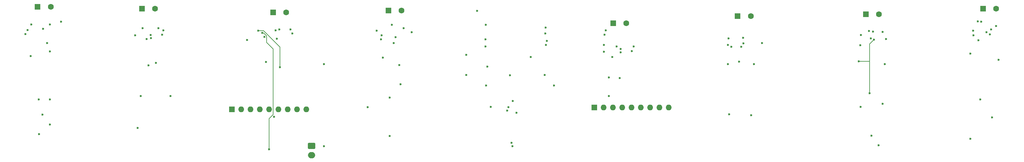
<source format=gbr>
%TF.GenerationSoftware,KiCad,Pcbnew,8.0.8*%
%TF.CreationDate,2025-05-04T20:59:53-05:00*%
%TF.ProjectId,Feedback_sleeve,46656564-6261-4636-9b5f-736c65657665,rev?*%
%TF.SameCoordinates,Original*%
%TF.FileFunction,Copper,L12,Inr*%
%TF.FilePolarity,Positive*%
%FSLAX46Y46*%
G04 Gerber Fmt 4.6, Leading zero omitted, Abs format (unit mm)*
G04 Created by KiCad (PCBNEW 8.0.8) date 2025-05-04 20:59:53*
%MOMM*%
%LPD*%
G01*
G04 APERTURE LIST*
G04 Aperture macros list*
%AMRoundRect*
0 Rectangle with rounded corners*
0 $1 Rounding radius*
0 $2 $3 $4 $5 $6 $7 $8 $9 X,Y pos of 4 corners*
0 Add a 4 corners polygon primitive as box body*
4,1,4,$2,$3,$4,$5,$6,$7,$8,$9,$2,$3,0*
0 Add four circle primitives for the rounded corners*
1,1,$1+$1,$2,$3*
1,1,$1+$1,$4,$5*
1,1,$1+$1,$6,$7*
1,1,$1+$1,$8,$9*
0 Add four rect primitives between the rounded corners*
20,1,$1+$1,$2,$3,$4,$5,0*
20,1,$1+$1,$4,$5,$6,$7,0*
20,1,$1+$1,$6,$7,$8,$9,0*
20,1,$1+$1,$8,$9,$2,$3,0*%
G04 Aperture macros list end*
%TA.AperFunction,ComponentPad*%
%ADD10RoundRect,0.250000X-0.550000X-0.550000X0.550000X-0.550000X0.550000X0.550000X-0.550000X0.550000X0*%
%TD*%
%TA.AperFunction,ComponentPad*%
%ADD11C,1.600000*%
%TD*%
%TA.AperFunction,ComponentPad*%
%ADD12R,1.600000X1.600000*%
%TD*%
%TA.AperFunction,ComponentPad*%
%ADD13O,1.600000X1.600000*%
%TD*%
%TA.AperFunction,ComponentPad*%
%ADD14RoundRect,0.250000X-0.750000X0.600000X-0.750000X-0.600000X0.750000X-0.600000X0.750000X0.600000X0*%
%TD*%
%TA.AperFunction,ComponentPad*%
%ADD15O,2.000000X1.700000*%
%TD*%
%TA.AperFunction,ViaPad*%
%ADD16C,0.600000*%
%TD*%
%TA.AperFunction,Conductor*%
%ADD17C,0.200000*%
%TD*%
G04 APERTURE END LIST*
D10*
%TO.N,Net-(J7-Pin_1)*%
%TO.C,J7*%
X242900000Y-17500000D03*
D11*
%TO.N,Net-(J7-Pin_2)*%
X246500000Y-17500000D03*
%TD*%
D10*
%TO.N,Net-(J8-Pin_1)*%
%TO.C,J8*%
X274900000Y-16000000D03*
D11*
%TO.N,Net-(J8-Pin_2)*%
X278500000Y-16000000D03*
%TD*%
D10*
%TO.N,Net-(J2-Pin_1)*%
%TO.C,J2*%
X45200000Y-16000000D03*
D11*
%TO.N,Net-(J2-Pin_2)*%
X48800000Y-16000000D03*
%TD*%
D10*
%TO.N,Net-(J6-Pin_1)*%
%TO.C,J6*%
X207900000Y-18000000D03*
D11*
%TO.N,Net-(J6-Pin_2)*%
X211500000Y-18000000D03*
%TD*%
D10*
%TO.N,Net-(J3-Pin_1)*%
%TO.C,J3*%
X81000000Y-17000000D03*
D11*
%TO.N,Net-(J3-Pin_2)*%
X84600000Y-17000000D03*
%TD*%
D12*
%TO.N,Net-(RN1-common)*%
%TO.C,RN2*%
X69760000Y-43500000D03*
D13*
%TO.N,Net-(RN2-R1)*%
X72300000Y-43500000D03*
%TO.N,Net-(RN2-R2)*%
X74840000Y-43500000D03*
%TO.N,Net-(RN2-R3)*%
X77380000Y-43500000D03*
%TO.N,Net-(RN2-R4)*%
X79920000Y-43500000D03*
%TO.N,Net-(RN2-R5)*%
X82460000Y-43500000D03*
%TO.N,Net-(RN2-R6)*%
X85000000Y-43500000D03*
%TO.N,Net-(RN2-R7)*%
X87540000Y-43500000D03*
%TO.N,Net-(RN2-R8)*%
X90080000Y-43500000D03*
%TD*%
D14*
%TO.N,Net-(J9-Pin_1)*%
%TO.C,J9*%
X91500000Y-53500000D03*
D15*
%TO.N,Net-(J9-Pin_2)*%
X91500000Y-56000000D03*
%TD*%
D10*
%TO.N,Net-(J4-Pin_1)*%
%TO.C,J4*%
X112500000Y-16500000D03*
D11*
%TO.N,Net-(J4-Pin_2)*%
X116100000Y-16500000D03*
%TD*%
D12*
%TO.N,Net-(RN1-common)*%
%TO.C,RN1*%
X168760000Y-43000000D03*
D13*
%TO.N,Net-(RN1-R1)*%
X171300000Y-43000000D03*
%TO.N,Net-(RN1-R2)*%
X173840000Y-43000000D03*
%TO.N,Net-(RN1-R3)*%
X176380000Y-43000000D03*
%TO.N,Net-(RN1-R4)*%
X178920000Y-43000000D03*
%TO.N,Net-(RN1-R5)*%
X181460000Y-43000000D03*
%TO.N,Net-(RN1-R6)*%
X184000000Y-43000000D03*
%TO.N,Net-(RN1-R7)*%
X186540000Y-43000000D03*
%TO.N,Net-(RN1-R8)*%
X189080000Y-43000000D03*
%TD*%
D10*
%TO.N,Net-(J1-Pin_1)*%
%TO.C,J1*%
X16700000Y-15500000D03*
D11*
%TO.N,Net-(J1-Pin_2)*%
X20300000Y-15500000D03*
%TD*%
D10*
%TO.N,Net-(J5-Pin_1)*%
%TO.C,J5*%
X173900000Y-20000000D03*
D11*
%TO.N,Net-(J5-Pin_2)*%
X177500000Y-20000000D03*
%TD*%
D16*
%TO.N,Net-(U1-GND)*%
X17095500Y-50321100D03*
X171377100Y-27752000D03*
X205594700Y-44905300D03*
X14834800Y-28967500D03*
X179017600Y-27617400D03*
X47589500Y-23225400D03*
X110467800Y-24348000D03*
X172682700Y-34819700D03*
X112842700Y-40329300D03*
X208245400Y-30467500D03*
X50728400Y-23100000D03*
X209432800Y-25440000D03*
X272252400Y-23280900D03*
X171566300Y-23086900D03*
X79067000Y-30518700D03*
X46961400Y-31470500D03*
X244401700Y-50745200D03*
X243947400Y-39076400D03*
X44866000Y-39904100D03*
X17001400Y-40829300D03*
X240951400Y-30411500D03*
X274157400Y-40829300D03*
X78663200Y-23693200D03*
X271418700Y-28282100D03*
X110979400Y-29408200D03*
X155457500Y-21133100D03*
X13395100Y-22941500D03*
X214570700Y-25376200D03*
X245123800Y-24500000D03*
%TO.N,Net-(U2-REG)*%
X274410700Y-19564400D03*
X279125700Y-29974700D03*
%TO.N,Net-(U4-REG)*%
X175674700Y-34923400D03*
%TO.N,Net-(U5-REG)*%
X113469400Y-20366500D03*
X115453800Y-31382200D03*
%TO.N,Net-(U10-REG)*%
X45411400Y-21344600D03*
X49065500Y-30811900D03*
%TO.N,Net-(U6-REG)*%
X15016300Y-20335300D03*
X20090700Y-47685200D03*
%TO.N,Net-(U9-REG)*%
X76938700Y-22008700D03*
X82922700Y-31970500D03*
%TO.N,Net-(U7-REG)*%
X243781600Y-22118400D03*
X246384400Y-53336900D03*
%TO.N,Net-(J1-Pin_1)*%
X19292700Y-25376200D03*
%TO.N,Net-(J1-Pin_2)*%
X23082700Y-19564400D03*
%TO.N,Net-(J2-Pin_2)*%
X51017600Y-21908700D03*
%TO.N,Net-(J2-Pin_1)*%
X47668900Y-24070700D03*
%TO.N,Net-(J3-Pin_2)*%
X85786700Y-21656900D03*
%TO.N,Net-(J3-Pin_1)*%
X86280400Y-22742700D03*
%TO.N,Net-(J4-Pin_1)*%
X114461700Y-23761600D03*
%TO.N,Net-(J4-Pin_2)*%
X118886400Y-22470300D03*
%TO.N,Net-(J5-Pin_2)*%
X179457200Y-26300300D03*
%TO.N,Net-(J5-Pin_1)*%
X175926200Y-27900000D03*
%TO.N,Net-(J6-Pin_1)*%
X208896100Y-26420700D03*
%TO.N,Net-(J7-Pin_1)*%
X248395400Y-24250000D03*
%TO.N,Net-(J7-Pin_2)*%
X244868400Y-22227600D03*
%TO.N,Net-(J8-Pin_1)*%
X276779600Y-23010400D03*
%TO.N,Net-(J8-Pin_2)*%
X277122500Y-21666800D03*
%TO.N,Net-(J9-Pin_1)*%
X145754700Y-34211000D03*
X94890700Y-31188000D03*
%TO.N,Net-(U1-PC01_A1_D1)*%
X173685700Y-29242000D03*
X171845900Y-21950500D03*
X139125100Y-20375000D03*
%TO.N,Net-(U1-PC05_A5_D5_SCL)*%
X139557100Y-31818900D03*
%TO.N,Net-(U1-PA03_A8_D8_SCK)*%
X82011000Y-24176200D03*
%TO.N,Net-(U1-PC00_A0_D0)*%
X273512700Y-19481600D03*
X273612700Y-24641500D03*
X136778700Y-16617400D03*
%TO.N,Net-(U1-PC06_A6_D6_TX)*%
X133786700Y-34093900D03*
X205249400Y-31188000D03*
X206170900Y-26416600D03*
%TO.N,Net-(U1-PC02_A2_D2)*%
X139058900Y-24413400D03*
X113954100Y-25376200D03*
%TO.N,Net-(U1-PA04_A9_D9_MISO)*%
X46445800Y-24270700D03*
X151344000Y-29168400D03*
%TO.N,Net-(U1-PC04_A4_D4_SDA)*%
X133786700Y-28647700D03*
%TO.N,Net-(U1-PC07_A7_D7_RX)*%
X155190200Y-34138800D03*
%TO.N,Net-(U1-PC03_A3_D3)*%
X139058900Y-26342800D03*
X241421900Y-25985700D03*
%TO.N,Net-(RN1-common)*%
X139214400Y-36999800D03*
X247484100Y-22339600D03*
X157739200Y-36999800D03*
X20092300Y-40829300D03*
X20090700Y-27682400D03*
X116668800Y-21334700D03*
X53002700Y-39905700D03*
X115830300Y-36619000D03*
X82695300Y-21708700D03*
X278429300Y-20774000D03*
X20090700Y-20330100D03*
X248039400Y-31188000D03*
X247482700Y-41982700D03*
X212337400Y-31188000D03*
X211578700Y-45078700D03*
X175924200Y-26989200D03*
X49716200Y-21330200D03*
X155381200Y-22754500D03*
X209417200Y-23983900D03*
%TO.N,Net-(RN1-R6)*%
X81279700Y-45523400D03*
X81692800Y-21917300D03*
%TO.N,Net-(RN1-R7)*%
X205374400Y-24104900D03*
%TO.N,Net-(RN1-R2)*%
X18070000Y-44981300D03*
X18194400Y-21458700D03*
%TO.N,Net-(RN1-R8)*%
X205233400Y-25927500D03*
%TO.N,Net-(RN1-R5)*%
X78041100Y-22633100D03*
X79930700Y-54435200D03*
%TO.N,Net-(RN1-R3)*%
X43340400Y-23250000D03*
X44026700Y-48623400D03*
%TO.N,Net-(RN1-R1)*%
X13996600Y-21818200D03*
X145314800Y-42912200D03*
%TO.N,Net-(RN1-R4)*%
X144991400Y-43836400D03*
%TO.N,Net-(RN2-R5)*%
X277402700Y-45717500D03*
X275844500Y-22470700D03*
%TO.N,Net-(RN2-R6)*%
X146389300Y-53624600D03*
X272168000Y-21999100D03*
X94871000Y-53624600D03*
X271418700Y-51529300D03*
%TO.N,Net-(RN2-R7)*%
X155792100Y-24795800D03*
X147504600Y-44475500D03*
X244286900Y-24161600D03*
%TO.N,Net-(RN2-R4)*%
X146160000Y-52645400D03*
X171326500Y-25862500D03*
X155558000Y-25896600D03*
%TO.N,Net-(RN2-R8)*%
X241531400Y-23154400D03*
X241498700Y-42811600D03*
%TO.N,Net-(RN2-R2)*%
X140461900Y-42812200D03*
X106858700Y-42942100D03*
X110618800Y-23261600D03*
%TO.N,Net-(RN2-R3)*%
X172682700Y-39905700D03*
X174878000Y-26284700D03*
X146470800Y-41259900D03*
%TO.N,Net-(RN2-R1)*%
X73946700Y-24529200D03*
X112842700Y-50827800D03*
X109318900Y-22028000D03*
%TD*%
D17*
%TO.N,Net-(U1-GND)*%
X243947400Y-30411500D02*
X243947400Y-39076400D01*
X240951400Y-30411500D02*
X243947400Y-30411500D01*
X245123800Y-24500000D02*
X243947400Y-25676400D01*
X243947400Y-25676400D02*
X243947400Y-30411500D01*
%TO.N,Net-(U9-REG)*%
X82922700Y-26516900D02*
X78414500Y-22008700D01*
X78414500Y-22008700D02*
X76938700Y-22008700D01*
X82922700Y-31970500D02*
X82922700Y-26516900D01*
%TO.N,Net-(RN1-R5)*%
X81030600Y-44921700D02*
X79930700Y-46021600D01*
X79930700Y-46021600D02*
X79930700Y-54435200D01*
X79266700Y-23428900D02*
X79266700Y-25221500D01*
X78041100Y-22633100D02*
X78050000Y-22642000D01*
X81030600Y-26985400D02*
X81030600Y-44921700D01*
X78050000Y-22642000D02*
X78479800Y-22642000D01*
X78479800Y-22642000D02*
X79266700Y-23428900D01*
X79266700Y-25221500D02*
X81030600Y-26985400D01*
%TD*%
M02*

</source>
